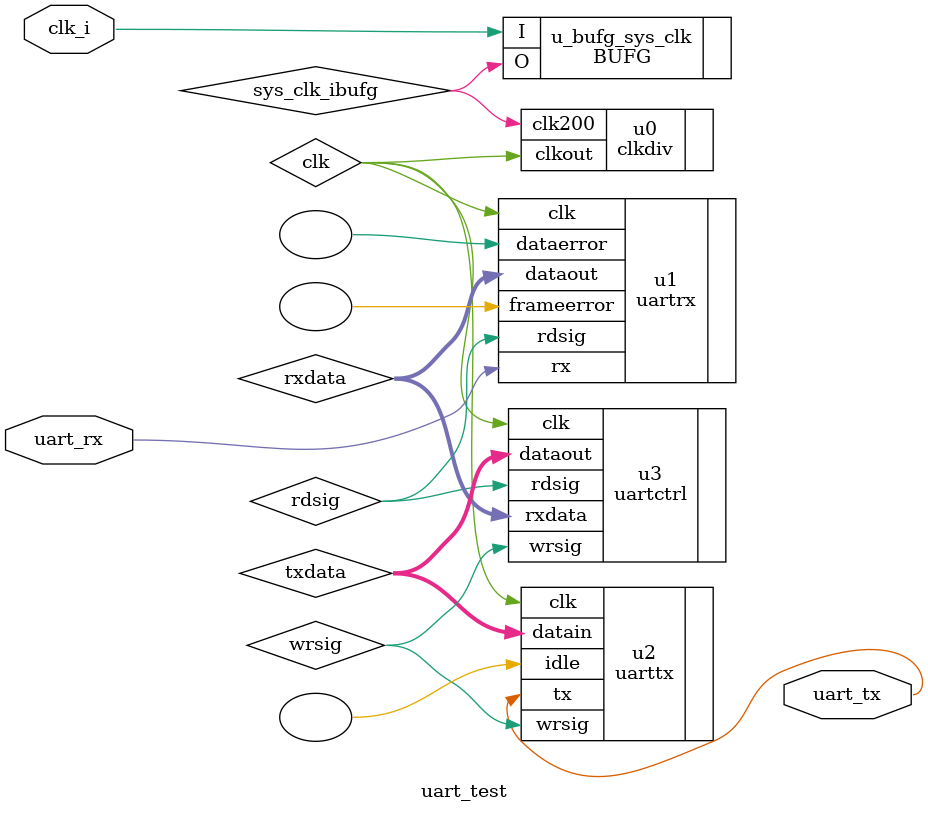
<source format=v>
`timescale 1ns / 1ps
module uart_test(
         input clk_i,                     // ¿ª·¢°åÉÏÊ±ÖÓÊäÈëÊ±ÖÓ: 50Mhz Èç¹û¿ª·¢°åÊ±ÖÓ²»ÊÇ50MHZ£¬ÄÇÃ´Òª½øÐÐ¸ü¸Ä
         input uart_rx,                       // ´®¿Ú½ÓÊÕ
         output uart_tx);                     // ´®¿Ú·¢ËÍ

////////////////²î·ÖÊ±ÖÓ×ª»»³Éµ¥¶ËÊ±ÖÓ////////////////////////
wire sys_clk_ibufg;
 BUFG   u_bufg_sys_clk
         (
          .I  (clk_i),
          .O  (sys_clk_ibufg)
          );

wire clk;       //clock for 9600 uart port
wire [7:0] txdata,rxdata;     //´®¿Ú·¢ËÍÊý¾ÝºÍ´®¿Ú½ÓÊÕÊý¾Ý
wire rdsig;                   //´®¿Ú½ÓÊÕÊý¾ÝÓÐÐ§ÐÅºÅ
wire wrsig;                   //´®¿Ú·¢ËÍÊý¾ÝÓÐÐ§ÐÅºÅ


//²úÉúÊ±ÖÓµÄÆµÂÊÎª16*9600
clkdiv u0 (
		.clk200                  (sys_clk_ibufg),       //50MhzµÄ¾§ÕñÊäÈë                     
		.clkout                  (clk)                  //16±¶²¨ÌØÂÊµÄÊ±ÖÓ                        
 );

//´®¿Ú½ÓÊÕ³ÌÐò
uartrx u1 (
		.clk                     (clk),                 //16±¶²¨ÌØÂÊµÄÊ±ÖÓ 
        .rx	                     (uart_rx),  	        //´®¿Ú½ÓÊÕ
		.dataout                 (rxdata),              //uart ½ÓÊÕµ½µÄÊý¾Ý,Ò»¸ö×Ö½Ú                     
        .rdsig                   (rdsig),               //uart ½ÓÊÕµ½Êý¾ÝÓÐÐ§ 
		.dataerror               (),
		.frameerror              ()
);

//´®¿Ú·¢ËÍ³ÌÐò
uarttx u2 (
		.clk                     (clk),                  //16±¶²¨ÌØÂÊµÄÊ±ÖÓ  
	    .tx                      (uart_tx),			     //´®¿Ú·¢ËÍ
		.datain                  (txdata),               //uart ·¢ËÍµÄÊý¾Ý   
        .wrsig                   (wrsig),                //uart ·¢ËÍµÄÊý¾ÝÓÐÐ§  
        .idle                    () 	
	
 );

//´®¿ÚÊý¾Ý·¢ËÍ¿ØÖÆ³ÌÐò
uartctrl u3 (
		.clk                     (clk),                           
		.rdsig                   (rdsig),                //uart ½ÓÊÕµ½Êý¾ÝÓÐÐ§   
        .rxdata                  (rxdata), 		         //uart ½ÓÊÕµ½µÄÊý¾Ý 
        .wrsig                   (wrsig),                //uart ·¢ËÍµÄÊý¾ÝÓÐÐ§  
        .dataout                 (txdata)	             //uart ·¢ËÍµÄÊý¾Ý£¬Ò»¸ö×Ö½Ú 

	
 );
 

endmodule


</source>
